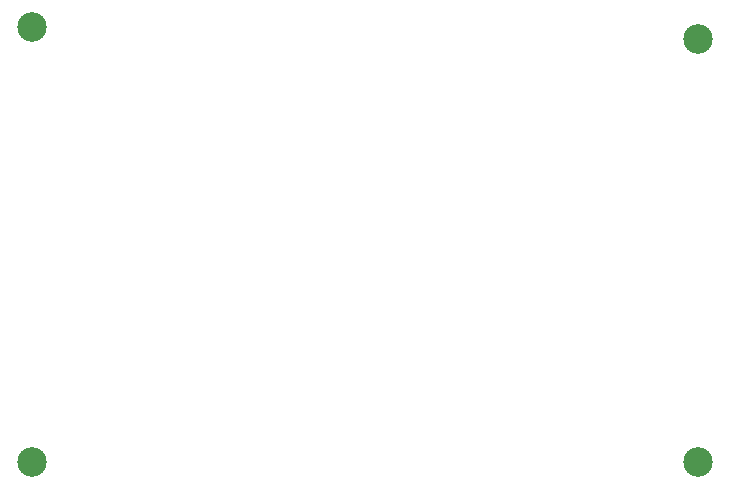
<source format=gbr>
%TF.GenerationSoftware,KiCad,Pcbnew,9.0.5*%
%TF.CreationDate,2025-11-01T23:40:48+06:00*%
%TF.ProjectId,led_matrix_array,6c65645f-6d61-4747-9269-785f61727261,1.0*%
%TF.SameCoordinates,Original*%
%TF.FileFunction,NonPlated,1,2,NPTH,Drill*%
%TF.FilePolarity,Positive*%
%FSLAX46Y46*%
G04 Gerber Fmt 4.6, Leading zero omitted, Abs format (unit mm)*
G04 Created by KiCad (PCBNEW 9.0.5) date 2025-11-01 23:40:48*
%MOMM*%
%LPD*%
G01*
G04 APERTURE LIST*
%TA.AperFunction,ComponentDrill*%
%ADD10C,2.500000*%
%TD*%
G04 APERTURE END LIST*
D10*
%TO.C,H2*%
X112881598Y-113140468D03*
%TO.C,H1*%
X112888996Y-76306384D03*
%TO.C,H3*%
X169276341Y-77323697D03*
%TO.C,H4*%
X169276341Y-113140468D03*
M02*

</source>
